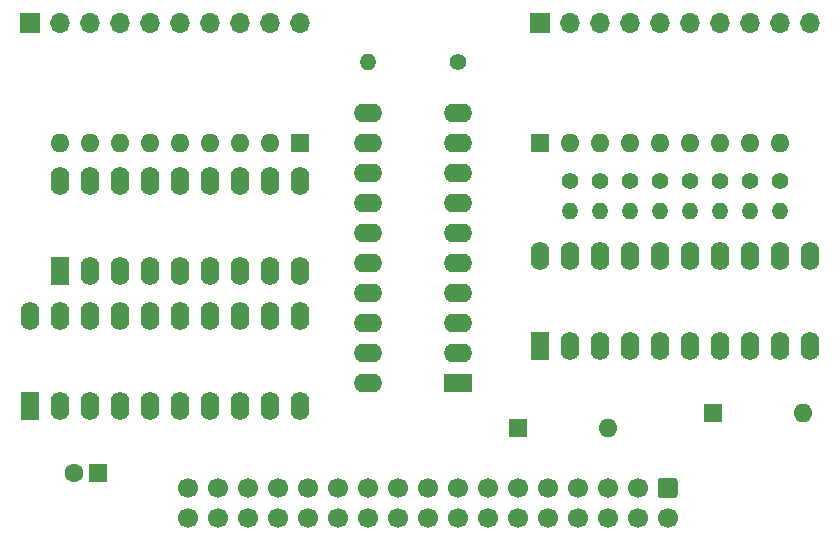
<source format=gbs>
%TF.GenerationSoftware,KiCad,Pcbnew,(5.1.12)-1*%
%TF.CreationDate,2022-03-19T10:44:28+01:00*%
%TF.ProjectId,8ESN,3845534e-2e6b-4696-9361-645f70636258,1.0*%
%TF.SameCoordinates,PX6d01460PY60e4b00*%
%TF.FileFunction,Soldermask,Bot*%
%TF.FilePolarity,Negative*%
%FSLAX46Y46*%
G04 Gerber Fmt 4.6, Leading zero omitted, Abs format (unit mm)*
G04 Created by KiCad (PCBNEW (5.1.12)-1) date 2022-03-19 10:44:28*
%MOMM*%
%LPD*%
G01*
G04 APERTURE LIST*
%ADD10C,1.700000*%
%ADD11O,1.600000X1.600000*%
%ADD12R,1.600000X1.600000*%
%ADD13O,1.400000X1.400000*%
%ADD14C,1.400000*%
%ADD15O,1.700000X1.700000*%
%ADD16R,1.700000X1.700000*%
%ADD17O,2.400000X1.600000*%
%ADD18R,2.400000X1.600000*%
%ADD19O,1.600000X2.400000*%
%ADD20R,1.600000X2.400000*%
%ADD21C,1.600000*%
G04 APERTURE END LIST*
D10*
%TO.C,J1*%
X17780000Y3175000D03*
X20320000Y3175000D03*
X22860000Y3175000D03*
X25400000Y3175000D03*
X27940000Y3175000D03*
X30480000Y3175000D03*
X33020000Y3175000D03*
X35560000Y3175000D03*
X38100000Y3175000D03*
X40640000Y3175000D03*
X43180000Y3175000D03*
X45720000Y3175000D03*
X48260000Y3175000D03*
X50800000Y3175000D03*
X53340000Y3175000D03*
X55880000Y3175000D03*
X58420000Y3175000D03*
X17780000Y5715000D03*
X20320000Y5715000D03*
X22860000Y5715000D03*
X25400000Y5715000D03*
X27940000Y5715000D03*
X30480000Y5715000D03*
X33020000Y5715000D03*
X35560000Y5715000D03*
X38100000Y5715000D03*
X40640000Y5715000D03*
X43180000Y5715000D03*
X45720000Y5715000D03*
X48260000Y5715000D03*
X50800000Y5715000D03*
X53340000Y5715000D03*
X55880000Y5715000D03*
G36*
G01*
X57820000Y6565000D02*
X59020000Y6565000D01*
G75*
G02*
X59270000Y6315000I0J-250000D01*
G01*
X59270000Y5115000D01*
G75*
G02*
X59020000Y4865000I-250000J0D01*
G01*
X57820000Y4865000D01*
G75*
G02*
X57570000Y5115000I0J250000D01*
G01*
X57570000Y6315000D01*
G75*
G02*
X57820000Y6565000I250000J0D01*
G01*
G37*
%TD*%
D11*
%TO.C,RN2*%
X6985000Y34925000D03*
X9525000Y34925000D03*
X12065000Y34925000D03*
X14605000Y34925000D03*
X17145000Y34925000D03*
X19685000Y34925000D03*
X22225000Y34925000D03*
X24765000Y34925000D03*
D12*
X27305000Y34925000D03*
%TD*%
D13*
%TO.C,R9*%
X33020000Y41783000D03*
D14*
X40640000Y41783000D03*
%TD*%
D11*
%TO.C,SW1*%
X69850000Y12065000D03*
D12*
X62230000Y12065000D03*
%TD*%
D15*
%TO.C,J2*%
X70485000Y45085000D03*
X67945000Y45085000D03*
X65405000Y45085000D03*
X62865000Y45085000D03*
X60325000Y45085000D03*
X57785000Y45085000D03*
X55245000Y45085000D03*
X52705000Y45085000D03*
X50165000Y45085000D03*
D16*
X47625000Y45085000D03*
%TD*%
D15*
%TO.C,J3*%
X27305000Y45085000D03*
X24765000Y45085000D03*
X22225000Y45085000D03*
X19685000Y45085000D03*
X17145000Y45085000D03*
X14605000Y45085000D03*
X12065000Y45085000D03*
X9525000Y45085000D03*
X6985000Y45085000D03*
D16*
X4445000Y45085000D03*
%TD*%
D17*
%TO.C,U1*%
X33020000Y14605000D03*
X40640000Y37465000D03*
X33020000Y17145000D03*
X40640000Y34925000D03*
X33020000Y19685000D03*
X40640000Y32385000D03*
X33020000Y22225000D03*
X40640000Y29845000D03*
X33020000Y24765000D03*
X40640000Y27305000D03*
X33020000Y27305000D03*
X40640000Y24765000D03*
X33020000Y29845000D03*
X40640000Y22225000D03*
X33020000Y32385000D03*
X40640000Y19685000D03*
X33020000Y34925000D03*
X40640000Y17145000D03*
X33020000Y37465000D03*
D18*
X40640000Y14605000D03*
%TD*%
D13*
%TO.C,R8*%
X67945000Y29210000D03*
D14*
X67945000Y31750000D03*
%TD*%
D13*
%TO.C,R7*%
X65405000Y29210000D03*
D14*
X65405000Y31750000D03*
%TD*%
D13*
%TO.C,R6*%
X62865000Y29210000D03*
D14*
X62865000Y31750000D03*
%TD*%
D13*
%TO.C,R5*%
X60325000Y29210000D03*
D14*
X60325000Y31750000D03*
%TD*%
D13*
%TO.C,R4*%
X57785000Y29210000D03*
D14*
X57785000Y31750000D03*
%TD*%
D13*
%TO.C,R3*%
X55245000Y29210000D03*
D14*
X55245000Y31750000D03*
%TD*%
D13*
%TO.C,R2*%
X52705000Y29210000D03*
D14*
X52705000Y31750000D03*
%TD*%
D13*
%TO.C,R1*%
X50165000Y29210000D03*
D14*
X50165000Y31750000D03*
%TD*%
D19*
%TO.C,U6*%
X6985000Y31750000D03*
X27305000Y24130000D03*
X9525000Y31750000D03*
X24765000Y24130000D03*
X12065000Y31750000D03*
X22225000Y24130000D03*
X14605000Y31750000D03*
X19685000Y24130000D03*
X17145000Y31750000D03*
X17145000Y24130000D03*
X19685000Y31750000D03*
X14605000Y24130000D03*
X22225000Y31750000D03*
X12065000Y24130000D03*
X24765000Y31750000D03*
X9525000Y24130000D03*
X27305000Y31750000D03*
D20*
X6985000Y24130000D03*
%TD*%
D19*
%TO.C,U5*%
X47625000Y25400000D03*
X70485000Y17780000D03*
X50165000Y25400000D03*
X67945000Y17780000D03*
X52705000Y25400000D03*
X65405000Y17780000D03*
X55245000Y25400000D03*
X62865000Y17780000D03*
X57785000Y25400000D03*
X60325000Y17780000D03*
X60325000Y25400000D03*
X57785000Y17780000D03*
X62865000Y25400000D03*
X55245000Y17780000D03*
X65405000Y25400000D03*
X52705000Y17780000D03*
X67945000Y25400000D03*
X50165000Y17780000D03*
X70485000Y25400000D03*
D20*
X47625000Y17780000D03*
%TD*%
D19*
%TO.C,U4*%
X4445000Y20320000D03*
X27305000Y12700000D03*
X6985000Y20320000D03*
X24765000Y12700000D03*
X9525000Y20320000D03*
X22225000Y12700000D03*
X12065000Y20320000D03*
X19685000Y12700000D03*
X14605000Y20320000D03*
X17145000Y12700000D03*
X17145000Y20320000D03*
X14605000Y12700000D03*
X19685000Y20320000D03*
X12065000Y12700000D03*
X22225000Y20320000D03*
X9525000Y12700000D03*
X24765000Y20320000D03*
X6985000Y12700000D03*
X27305000Y20320000D03*
D20*
X4445000Y12700000D03*
%TD*%
D11*
%TO.C,RN1*%
X67945000Y34925000D03*
X65405000Y34925000D03*
X62865000Y34925000D03*
X60325000Y34925000D03*
X57785000Y34925000D03*
X55245000Y34925000D03*
X52705000Y34925000D03*
X50165000Y34925000D03*
D12*
X47625000Y34925000D03*
%TD*%
D11*
%TO.C,D1*%
X53340000Y10795000D03*
D12*
X45720000Y10795000D03*
%TD*%
D21*
%TO.C,C1*%
X8160000Y6985000D03*
D12*
X10160000Y6985000D03*
%TD*%
M02*

</source>
